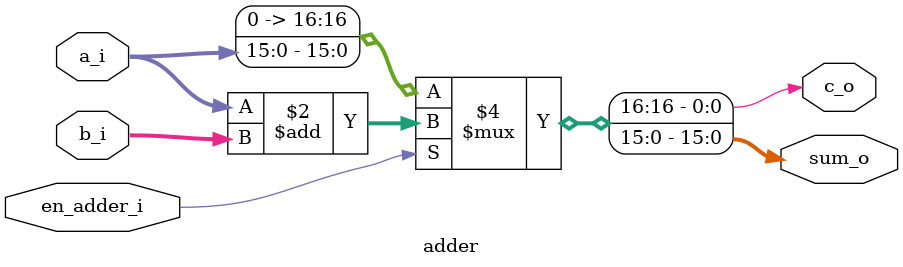
<source format=v>
`timescale 1ns / 1ps


module adder
    #(
        parameter I_WIDTH = 8,
        parameter F_WIDTH = 8
    )
    (
        input signed [I_WIDTH + F_WIDTH - 1 : 0] a_i,
        input signed [I_WIDTH + F_WIDTH - 1 : 0] b_i,
        input en_adder_i,
        output reg signed [I_WIDTH + F_WIDTH - 1 : 0] sum_o,
        output reg c_o
    );

        always @ (*)begin
            if (en_adder_i) begin
                {c_o,sum_o} = a_i + b_i;
            end else begin
                {c_o,sum_o} = {1'b0 , a_i} ;
            end 
        end
endmodule

</source>
